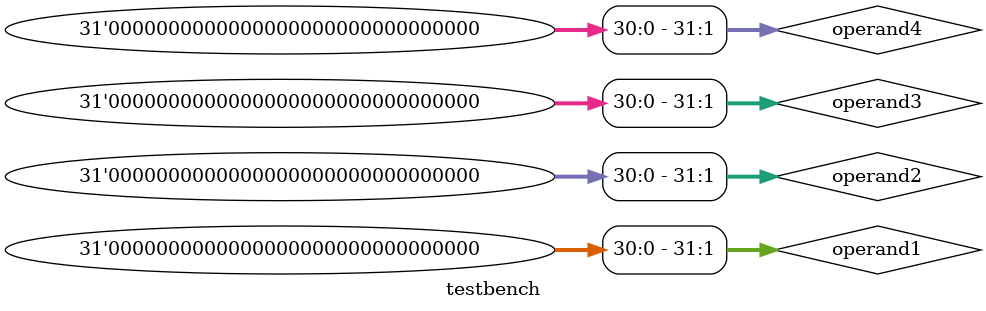
<source format=v>
`timescale 1ns / 1ps


module testbench;

    // Inputs
    reg [31:0] operand1;
    reg [31:0] operand2;
    reg [31:0] operand3;
    reg [31:0] operand4;
    reg cin;
    reg cin1;
    

    // Outputs
    wire [31:0] result;
    wire cout;
    wire cout1;
    // Instantiate the Unit Under Test (UUT)
    adder32 uut (
        .operand1(operand1), 
        .operand2(operand2), 
        .operand3(operand3),
        .operand4(operand4),
        .cin(cin), 
        .cin1(cin1),
        .result(result), 
        .cout(cout),
        .cout1(cout1)
    );
    initial begin
        // Initialize Inputs
        operand1 = 0;
        operand2 = 0;
        operand3=0;
        operand4=0;
        cin = 0;
        cin1=0;
        // Wait 100 ns for global reset to finish
        #100;
        // Add stimulus here
    end
    always #10 operand1 = $random;  //$random?????????????32??
    always #10 operand2 = $random;  //#10 ????10?????(10ns)????10ns????????32??
    always #10 operand3=$random;
    always #10 operand4=$random;
    always #10 cin = {$random} % 2; //??????{$random}?????????2????0?1
    always #10 cin1={$random} %2;
endmodule

</source>
